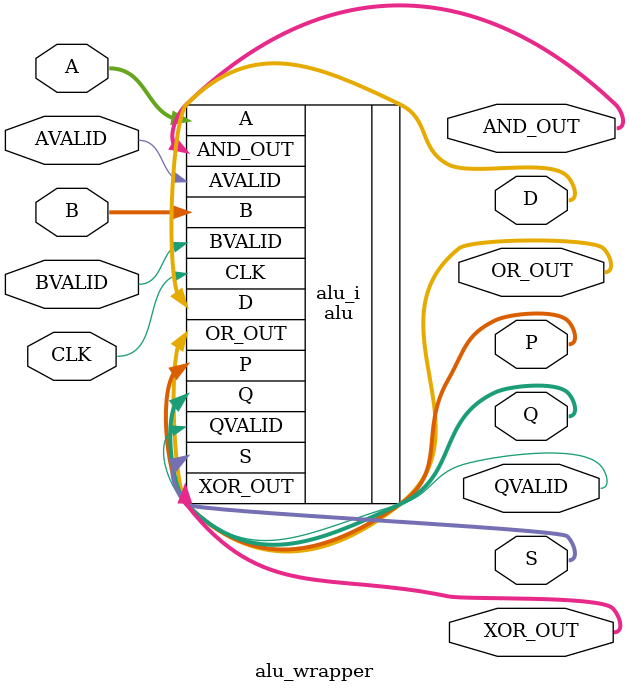
<source format=v>
`timescale 1 ps / 1 ps

module alu_wrapper
   (A,
    AND_OUT,
    AVALID,
    B,
    BVALID,
    CLK,
    D,
    OR_OUT,
    P,
    Q,
    QVALID,
    S,
    XOR_OUT);
  input [15:0]A;
  output [15:0]AND_OUT;
  input AVALID;
  input [15:0]B;
  input BVALID;
  input CLK;
  output [15:0]D;
  output [15:0]OR_OUT;
  output [31:0]P;
  output [31:0]Q;
  output QVALID;
  output [15:0]S;
  output [15:0]XOR_OUT;

  wire [15:0]A;
  wire [15:0]AND_OUT;
  wire AVALID;
  wire [15:0]B;
  wire BVALID;
  wire CLK;
  wire [15:0]D;
  wire [15:0]OR_OUT;
  wire [31:0]P;
  wire [31:0]Q;
  wire QVALID;
  wire [15:0]S;
  wire [15:0]XOR_OUT;

  alu alu_i
       (.A(A),
        .AND_OUT(AND_OUT),
        .AVALID(AVALID),
        .B(B),
        .BVALID(BVALID),
        .CLK(CLK),
        .D(D),
        .OR_OUT(OR_OUT),
        .P(P),
        .Q(Q),
        .QVALID(QVALID),
        .S(S),
        .XOR_OUT(XOR_OUT));
endmodule

</source>
